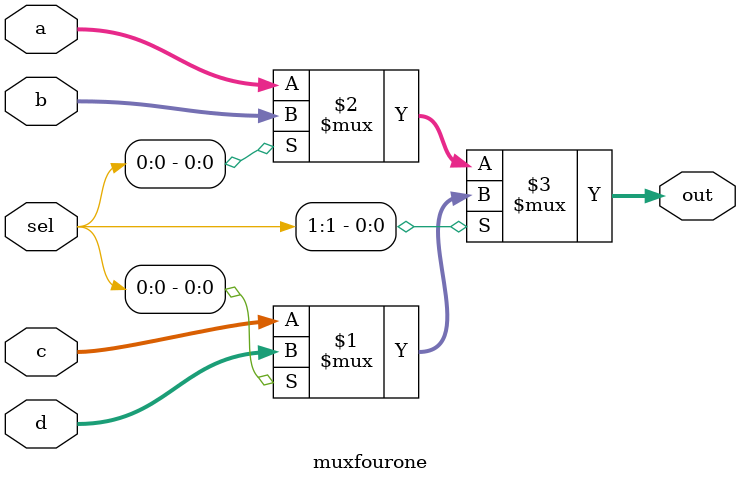
<source format=v>
module muxfourone( input[3:0] a,
                   input[3:0] b,
                   input[3:0] c,
                   input[3:0] d,
                   input[1:0] sel,
                   output[3:0] out); 
  assign out = sel[1]?(sel[0]?d:c):(sel[0]?b:a);
endmodule

</source>
